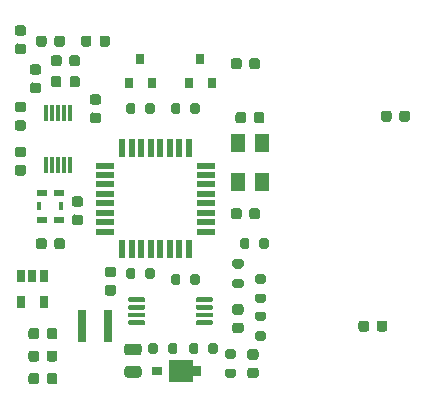
<source format=gtp>
G04 #@! TF.GenerationSoftware,KiCad,Pcbnew,(5.1.9)-1*
G04 #@! TF.CreationDate,2021-06-03T21:06:58+02:00*
G04 #@! TF.ProjectId,HABakuk_v1.0,48414261-6b75-46b5-9f76-312e302e6b69,1.0*
G04 #@! TF.SameCoordinates,Original*
G04 #@! TF.FileFunction,Paste,Top*
G04 #@! TF.FilePolarity,Positive*
%FSLAX46Y46*%
G04 Gerber Fmt 4.6, Leading zero omitted, Abs format (unit mm)*
G04 Created by KiCad (PCBNEW (5.1.9)-1) date 2021-06-03 21:06:58*
%MOMM*%
%LPD*%
G01*
G04 APERTURE LIST*
%ADD10R,1.300000X1.600000*%
%ADD11R,2.000000X1.950000*%
%ADD12R,0.850000X0.650000*%
%ADD13R,0.650000X0.950000*%
%ADD14R,0.650000X1.060000*%
%ADD15R,0.825000X0.500000*%
%ADD16R,0.430000X0.700000*%
%ADD17R,0.300000X1.400000*%
%ADD18R,0.550000X1.600000*%
%ADD19R,1.600000X0.550000*%
%ADD20R,0.800000X0.900000*%
%ADD21R,0.800000X2.700000*%
G04 APERTURE END LIST*
D10*
X132731000Y-100202000D03*
X132731000Y-96902000D03*
X134731000Y-96902000D03*
X134731000Y-100202000D03*
D11*
X127923000Y-116205000D03*
D12*
X125843000Y-116205000D03*
D13*
X129248000Y-116205000D03*
D14*
X116266000Y-110320000D03*
X114366000Y-110320000D03*
X114366000Y-108120000D03*
X115316000Y-108120000D03*
X116266000Y-108120000D03*
D15*
X116102500Y-103385000D03*
D16*
X115905000Y-102235000D03*
D15*
X116102500Y-101085000D03*
X117577500Y-101085000D03*
D16*
X117775000Y-102235000D03*
D15*
X117577500Y-103385000D03*
D17*
X116475000Y-94320000D03*
X116975000Y-94320000D03*
X117475000Y-94320000D03*
X117975000Y-94320000D03*
X118475000Y-94320000D03*
X118475000Y-98720000D03*
X117975000Y-98720000D03*
X117475000Y-98720000D03*
X116975000Y-98720000D03*
X116475000Y-98720000D03*
D18*
X128530000Y-105850000D03*
X127730000Y-105850000D03*
X126930000Y-105850000D03*
X126130000Y-105850000D03*
X125330000Y-105850000D03*
X124530000Y-105850000D03*
X123730000Y-105850000D03*
X122930000Y-105850000D03*
D19*
X121480000Y-104400000D03*
X121480000Y-103600000D03*
X121480000Y-102800000D03*
X121480000Y-102000000D03*
X121480000Y-101200000D03*
X121480000Y-100400000D03*
X121480000Y-99600000D03*
X121480000Y-98800000D03*
D18*
X122930000Y-97350000D03*
X123730000Y-97350000D03*
X124530000Y-97350000D03*
X125330000Y-97350000D03*
X126130000Y-97350000D03*
X126930000Y-97350000D03*
X127730000Y-97350000D03*
X128530000Y-97350000D03*
D19*
X129980000Y-98800000D03*
X129980000Y-99600000D03*
X129980000Y-100400000D03*
X129980000Y-101200000D03*
X129980000Y-102000000D03*
X129980000Y-102800000D03*
X129980000Y-103600000D03*
X129980000Y-104400000D03*
G36*
G01*
X129125000Y-110250000D02*
X129125000Y-110050000D01*
G75*
G02*
X129225000Y-109950000I100000J0D01*
G01*
X130500000Y-109950000D01*
G75*
G02*
X130600000Y-110050000I0J-100000D01*
G01*
X130600000Y-110250000D01*
G75*
G02*
X130500000Y-110350000I-100000J0D01*
G01*
X129225000Y-110350000D01*
G75*
G02*
X129125000Y-110250000I0J100000D01*
G01*
G37*
G36*
G01*
X129125000Y-110900000D02*
X129125000Y-110700000D01*
G75*
G02*
X129225000Y-110600000I100000J0D01*
G01*
X130500000Y-110600000D01*
G75*
G02*
X130600000Y-110700000I0J-100000D01*
G01*
X130600000Y-110900000D01*
G75*
G02*
X130500000Y-111000000I-100000J0D01*
G01*
X129225000Y-111000000D01*
G75*
G02*
X129125000Y-110900000I0J100000D01*
G01*
G37*
G36*
G01*
X129125000Y-111550000D02*
X129125000Y-111350000D01*
G75*
G02*
X129225000Y-111250000I100000J0D01*
G01*
X130500000Y-111250000D01*
G75*
G02*
X130600000Y-111350000I0J-100000D01*
G01*
X130600000Y-111550000D01*
G75*
G02*
X130500000Y-111650000I-100000J0D01*
G01*
X129225000Y-111650000D01*
G75*
G02*
X129125000Y-111550000I0J100000D01*
G01*
G37*
G36*
G01*
X129125000Y-112200000D02*
X129125000Y-112000000D01*
G75*
G02*
X129225000Y-111900000I100000J0D01*
G01*
X130500000Y-111900000D01*
G75*
G02*
X130600000Y-112000000I0J-100000D01*
G01*
X130600000Y-112200000D01*
G75*
G02*
X130500000Y-112300000I-100000J0D01*
G01*
X129225000Y-112300000D01*
G75*
G02*
X129125000Y-112200000I0J100000D01*
G01*
G37*
G36*
G01*
X123400000Y-112200000D02*
X123400000Y-112000000D01*
G75*
G02*
X123500000Y-111900000I100000J0D01*
G01*
X124775000Y-111900000D01*
G75*
G02*
X124875000Y-112000000I0J-100000D01*
G01*
X124875000Y-112200000D01*
G75*
G02*
X124775000Y-112300000I-100000J0D01*
G01*
X123500000Y-112300000D01*
G75*
G02*
X123400000Y-112200000I0J100000D01*
G01*
G37*
G36*
G01*
X123400000Y-111550000D02*
X123400000Y-111350000D01*
G75*
G02*
X123500000Y-111250000I100000J0D01*
G01*
X124775000Y-111250000D01*
G75*
G02*
X124875000Y-111350000I0J-100000D01*
G01*
X124875000Y-111550000D01*
G75*
G02*
X124775000Y-111650000I-100000J0D01*
G01*
X123500000Y-111650000D01*
G75*
G02*
X123400000Y-111550000I0J100000D01*
G01*
G37*
G36*
G01*
X123400000Y-110900000D02*
X123400000Y-110700000D01*
G75*
G02*
X123500000Y-110600000I100000J0D01*
G01*
X124775000Y-110600000D01*
G75*
G02*
X124875000Y-110700000I0J-100000D01*
G01*
X124875000Y-110900000D01*
G75*
G02*
X124775000Y-111000000I-100000J0D01*
G01*
X123500000Y-111000000D01*
G75*
G02*
X123400000Y-110900000I0J100000D01*
G01*
G37*
G36*
G01*
X123400000Y-110250000D02*
X123400000Y-110050000D01*
G75*
G02*
X123500000Y-109950000I100000J0D01*
G01*
X124775000Y-109950000D01*
G75*
G02*
X124875000Y-110050000I0J-100000D01*
G01*
X124875000Y-110250000D01*
G75*
G02*
X124775000Y-110350000I-100000J0D01*
G01*
X123500000Y-110350000D01*
G75*
G02*
X123400000Y-110250000I0J100000D01*
G01*
G37*
G36*
G01*
X127845000Y-93705000D02*
X127845000Y-94255000D01*
G75*
G02*
X127645000Y-94455000I-200000J0D01*
G01*
X127245000Y-94455000D01*
G75*
G02*
X127045000Y-94255000I0J200000D01*
G01*
X127045000Y-93705000D01*
G75*
G02*
X127245000Y-93505000I200000J0D01*
G01*
X127645000Y-93505000D01*
G75*
G02*
X127845000Y-93705000I0J-200000D01*
G01*
G37*
G36*
G01*
X129495000Y-93705000D02*
X129495000Y-94255000D01*
G75*
G02*
X129295000Y-94455000I-200000J0D01*
G01*
X128895000Y-94455000D01*
G75*
G02*
X128695000Y-94255000I0J200000D01*
G01*
X128695000Y-93705000D01*
G75*
G02*
X128895000Y-93505000I200000J0D01*
G01*
X129295000Y-93505000D01*
G75*
G02*
X129495000Y-93705000I0J-200000D01*
G01*
G37*
G36*
G01*
X124885000Y-108225000D02*
X124885000Y-107675000D01*
G75*
G02*
X125085000Y-107475000I200000J0D01*
G01*
X125485000Y-107475000D01*
G75*
G02*
X125685000Y-107675000I0J-200000D01*
G01*
X125685000Y-108225000D01*
G75*
G02*
X125485000Y-108425000I-200000J0D01*
G01*
X125085000Y-108425000D01*
G75*
G02*
X124885000Y-108225000I0J200000D01*
G01*
G37*
G36*
G01*
X123235000Y-108225000D02*
X123235000Y-107675000D01*
G75*
G02*
X123435000Y-107475000I200000J0D01*
G01*
X123835000Y-107475000D01*
G75*
G02*
X124035000Y-107675000I0J-200000D01*
G01*
X124035000Y-108225000D01*
G75*
G02*
X123835000Y-108425000I-200000J0D01*
G01*
X123435000Y-108425000D01*
G75*
G02*
X123235000Y-108225000I0J200000D01*
G01*
G37*
G36*
G01*
X127845000Y-108183000D02*
X127845000Y-108733000D01*
G75*
G02*
X127645000Y-108933000I-200000J0D01*
G01*
X127245000Y-108933000D01*
G75*
G02*
X127045000Y-108733000I0J200000D01*
G01*
X127045000Y-108183000D01*
G75*
G02*
X127245000Y-107983000I200000J0D01*
G01*
X127645000Y-107983000D01*
G75*
G02*
X127845000Y-108183000I0J-200000D01*
G01*
G37*
G36*
G01*
X129495000Y-108183000D02*
X129495000Y-108733000D01*
G75*
G02*
X129295000Y-108933000I-200000J0D01*
G01*
X128895000Y-108933000D01*
G75*
G02*
X128695000Y-108733000I0J200000D01*
G01*
X128695000Y-108183000D01*
G75*
G02*
X128895000Y-107983000I200000J0D01*
G01*
X129295000Y-107983000D01*
G75*
G02*
X129495000Y-108183000I0J-200000D01*
G01*
G37*
G36*
G01*
X133687000Y-105135000D02*
X133687000Y-105685000D01*
G75*
G02*
X133487000Y-105885000I-200000J0D01*
G01*
X133087000Y-105885000D01*
G75*
G02*
X132887000Y-105685000I0J200000D01*
G01*
X132887000Y-105135000D01*
G75*
G02*
X133087000Y-104935000I200000J0D01*
G01*
X133487000Y-104935000D01*
G75*
G02*
X133687000Y-105135000I0J-200000D01*
G01*
G37*
G36*
G01*
X135337000Y-105135000D02*
X135337000Y-105685000D01*
G75*
G02*
X135137000Y-105885000I-200000J0D01*
G01*
X134737000Y-105885000D01*
G75*
G02*
X134537000Y-105685000I0J200000D01*
G01*
X134537000Y-105135000D01*
G75*
G02*
X134737000Y-104935000I200000J0D01*
G01*
X135137000Y-104935000D01*
G75*
G02*
X135337000Y-105135000I0J-200000D01*
G01*
G37*
G36*
G01*
X124885000Y-94255000D02*
X124885000Y-93705000D01*
G75*
G02*
X125085000Y-93505000I200000J0D01*
G01*
X125485000Y-93505000D01*
G75*
G02*
X125685000Y-93705000I0J-200000D01*
G01*
X125685000Y-94255000D01*
G75*
G02*
X125485000Y-94455000I-200000J0D01*
G01*
X125085000Y-94455000D01*
G75*
G02*
X124885000Y-94255000I0J200000D01*
G01*
G37*
G36*
G01*
X123235000Y-94255000D02*
X123235000Y-93705000D01*
G75*
G02*
X123435000Y-93505000I200000J0D01*
G01*
X123835000Y-93505000D01*
G75*
G02*
X124035000Y-93705000I0J-200000D01*
G01*
X124035000Y-94255000D01*
G75*
G02*
X123835000Y-94455000I-200000J0D01*
G01*
X123435000Y-94455000D01*
G75*
G02*
X123235000Y-94255000I0J200000D01*
G01*
G37*
G36*
G01*
X131805000Y-115995000D02*
X132355000Y-115995000D01*
G75*
G02*
X132555000Y-116195000I0J-200000D01*
G01*
X132555000Y-116595000D01*
G75*
G02*
X132355000Y-116795000I-200000J0D01*
G01*
X131805000Y-116795000D01*
G75*
G02*
X131605000Y-116595000I0J200000D01*
G01*
X131605000Y-116195000D01*
G75*
G02*
X131805000Y-115995000I200000J0D01*
G01*
G37*
G36*
G01*
X131805000Y-114345000D02*
X132355000Y-114345000D01*
G75*
G02*
X132555000Y-114545000I0J-200000D01*
G01*
X132555000Y-114945000D01*
G75*
G02*
X132355000Y-115145000I-200000J0D01*
G01*
X131805000Y-115145000D01*
G75*
G02*
X131605000Y-114945000I0J200000D01*
G01*
X131605000Y-114545000D01*
G75*
G02*
X131805000Y-114345000I200000J0D01*
G01*
G37*
G36*
G01*
X130219000Y-114575000D02*
X130219000Y-114025000D01*
G75*
G02*
X130419000Y-113825000I200000J0D01*
G01*
X130819000Y-113825000D01*
G75*
G02*
X131019000Y-114025000I0J-200000D01*
G01*
X131019000Y-114575000D01*
G75*
G02*
X130819000Y-114775000I-200000J0D01*
G01*
X130419000Y-114775000D01*
G75*
G02*
X130219000Y-114575000I0J200000D01*
G01*
G37*
G36*
G01*
X128569000Y-114575000D02*
X128569000Y-114025000D01*
G75*
G02*
X128769000Y-113825000I200000J0D01*
G01*
X129169000Y-113825000D01*
G75*
G02*
X129369000Y-114025000I0J-200000D01*
G01*
X129369000Y-114575000D01*
G75*
G02*
X129169000Y-114775000I-200000J0D01*
G01*
X128769000Y-114775000D01*
G75*
G02*
X128569000Y-114575000I0J200000D01*
G01*
G37*
G36*
G01*
X125940000Y-114025000D02*
X125940000Y-114575000D01*
G75*
G02*
X125740000Y-114775000I-200000J0D01*
G01*
X125340000Y-114775000D01*
G75*
G02*
X125140000Y-114575000I0J200000D01*
G01*
X125140000Y-114025000D01*
G75*
G02*
X125340000Y-113825000I200000J0D01*
G01*
X125740000Y-113825000D01*
G75*
G02*
X125940000Y-114025000I0J-200000D01*
G01*
G37*
G36*
G01*
X127590000Y-114025000D02*
X127590000Y-114575000D01*
G75*
G02*
X127390000Y-114775000I-200000J0D01*
G01*
X126990000Y-114775000D01*
G75*
G02*
X126790000Y-114575000I0J200000D01*
G01*
X126790000Y-114025000D01*
G75*
G02*
X126990000Y-113825000I200000J0D01*
G01*
X127390000Y-113825000D01*
G75*
G02*
X127590000Y-114025000I0J-200000D01*
G01*
G37*
G36*
G01*
X134345000Y-112820000D02*
X134895000Y-112820000D01*
G75*
G02*
X135095000Y-113020000I0J-200000D01*
G01*
X135095000Y-113420000D01*
G75*
G02*
X134895000Y-113620000I-200000J0D01*
G01*
X134345000Y-113620000D01*
G75*
G02*
X134145000Y-113420000I0J200000D01*
G01*
X134145000Y-113020000D01*
G75*
G02*
X134345000Y-112820000I200000J0D01*
G01*
G37*
G36*
G01*
X134345000Y-111170000D02*
X134895000Y-111170000D01*
G75*
G02*
X135095000Y-111370000I0J-200000D01*
G01*
X135095000Y-111770000D01*
G75*
G02*
X134895000Y-111970000I-200000J0D01*
G01*
X134345000Y-111970000D01*
G75*
G02*
X134145000Y-111770000I0J200000D01*
G01*
X134145000Y-111370000D01*
G75*
G02*
X134345000Y-111170000I200000J0D01*
G01*
G37*
G36*
G01*
X134345000Y-109645000D02*
X134895000Y-109645000D01*
G75*
G02*
X135095000Y-109845000I0J-200000D01*
G01*
X135095000Y-110245000D01*
G75*
G02*
X134895000Y-110445000I-200000J0D01*
G01*
X134345000Y-110445000D01*
G75*
G02*
X134145000Y-110245000I0J200000D01*
G01*
X134145000Y-109845000D01*
G75*
G02*
X134345000Y-109645000I200000J0D01*
G01*
G37*
G36*
G01*
X134345000Y-107995000D02*
X134895000Y-107995000D01*
G75*
G02*
X135095000Y-108195000I0J-200000D01*
G01*
X135095000Y-108595000D01*
G75*
G02*
X134895000Y-108795000I-200000J0D01*
G01*
X134345000Y-108795000D01*
G75*
G02*
X134145000Y-108595000I0J200000D01*
G01*
X134145000Y-108195000D01*
G75*
G02*
X134345000Y-107995000I200000J0D01*
G01*
G37*
G36*
G01*
X132440000Y-108375000D02*
X132990000Y-108375000D01*
G75*
G02*
X133190000Y-108575000I0J-200000D01*
G01*
X133190000Y-108975000D01*
G75*
G02*
X132990000Y-109175000I-200000J0D01*
G01*
X132440000Y-109175000D01*
G75*
G02*
X132240000Y-108975000I0J200000D01*
G01*
X132240000Y-108575000D01*
G75*
G02*
X132440000Y-108375000I200000J0D01*
G01*
G37*
G36*
G01*
X132440000Y-106725000D02*
X132990000Y-106725000D01*
G75*
G02*
X133190000Y-106925000I0J-200000D01*
G01*
X133190000Y-107325000D01*
G75*
G02*
X132990000Y-107525000I-200000J0D01*
G01*
X132440000Y-107525000D01*
G75*
G02*
X132240000Y-107325000I0J200000D01*
G01*
X132240000Y-106925000D01*
G75*
G02*
X132440000Y-106725000I200000J0D01*
G01*
G37*
D20*
X129540000Y-89805000D03*
X130490000Y-91805000D03*
X128590000Y-91805000D03*
X124460000Y-89805000D03*
X125410000Y-91805000D03*
X123510000Y-91805000D03*
G36*
G01*
X121000000Y-88521250D02*
X121000000Y-88008750D01*
G75*
G02*
X121218750Y-87790000I218750J0D01*
G01*
X121656250Y-87790000D01*
G75*
G02*
X121875000Y-88008750I0J-218750D01*
G01*
X121875000Y-88521250D01*
G75*
G02*
X121656250Y-88740000I-218750J0D01*
G01*
X121218750Y-88740000D01*
G75*
G02*
X121000000Y-88521250I0J218750D01*
G01*
G37*
G36*
G01*
X119425000Y-88521250D02*
X119425000Y-88008750D01*
G75*
G02*
X119643750Y-87790000I218750J0D01*
G01*
X120081250Y-87790000D01*
G75*
G02*
X120300000Y-88008750I0J-218750D01*
G01*
X120300000Y-88521250D01*
G75*
G02*
X120081250Y-88740000I-218750J0D01*
G01*
X119643750Y-88740000D01*
G75*
G02*
X119425000Y-88521250I0J218750D01*
G01*
G37*
G36*
G01*
X114043750Y-94965000D02*
X114556250Y-94965000D01*
G75*
G02*
X114775000Y-95183750I0J-218750D01*
G01*
X114775000Y-95621250D01*
G75*
G02*
X114556250Y-95840000I-218750J0D01*
G01*
X114043750Y-95840000D01*
G75*
G02*
X113825000Y-95621250I0J218750D01*
G01*
X113825000Y-95183750D01*
G75*
G02*
X114043750Y-94965000I218750J0D01*
G01*
G37*
G36*
G01*
X114043750Y-93390000D02*
X114556250Y-93390000D01*
G75*
G02*
X114775000Y-93608750I0J-218750D01*
G01*
X114775000Y-94046250D01*
G75*
G02*
X114556250Y-94265000I-218750J0D01*
G01*
X114043750Y-94265000D01*
G75*
G02*
X113825000Y-94046250I0J218750D01*
G01*
X113825000Y-93608750D01*
G75*
G02*
X114043750Y-93390000I218750J0D01*
G01*
G37*
G36*
G01*
X117760000Y-91437750D02*
X117760000Y-91950250D01*
G75*
G02*
X117541250Y-92169000I-218750J0D01*
G01*
X117103750Y-92169000D01*
G75*
G02*
X116885000Y-91950250I0J218750D01*
G01*
X116885000Y-91437750D01*
G75*
G02*
X117103750Y-91219000I218750J0D01*
G01*
X117541250Y-91219000D01*
G75*
G02*
X117760000Y-91437750I0J-218750D01*
G01*
G37*
G36*
G01*
X119335000Y-91437750D02*
X119335000Y-91950250D01*
G75*
G02*
X119116250Y-92169000I-218750J0D01*
G01*
X118678750Y-92169000D01*
G75*
G02*
X118460000Y-91950250I0J218750D01*
G01*
X118460000Y-91437750D01*
G75*
G02*
X118678750Y-91219000I218750J0D01*
G01*
X119116250Y-91219000D01*
G75*
G02*
X119335000Y-91437750I0J-218750D01*
G01*
G37*
D21*
X121750000Y-112395000D03*
X119550000Y-112395000D03*
G36*
G01*
X146375000Y-94865000D02*
X146375000Y-94365000D01*
G75*
G02*
X146600000Y-94140000I225000J0D01*
G01*
X147050000Y-94140000D01*
G75*
G02*
X147275000Y-94365000I0J-225000D01*
G01*
X147275000Y-94865000D01*
G75*
G02*
X147050000Y-95090000I-225000J0D01*
G01*
X146600000Y-95090000D01*
G75*
G02*
X146375000Y-94865000I0J225000D01*
G01*
G37*
G36*
G01*
X144825000Y-94865000D02*
X144825000Y-94365000D01*
G75*
G02*
X145050000Y-94140000I225000J0D01*
G01*
X145500000Y-94140000D01*
G75*
G02*
X145725000Y-94365000I0J-225000D01*
G01*
X145725000Y-94865000D01*
G75*
G02*
X145500000Y-95090000I-225000J0D01*
G01*
X145050000Y-95090000D01*
G75*
G02*
X144825000Y-94865000I0J225000D01*
G01*
G37*
G36*
G01*
X116515000Y-88015000D02*
X116515000Y-88515000D01*
G75*
G02*
X116290000Y-88740000I-225000J0D01*
G01*
X115840000Y-88740000D01*
G75*
G02*
X115615000Y-88515000I0J225000D01*
G01*
X115615000Y-88015000D01*
G75*
G02*
X115840000Y-87790000I225000J0D01*
G01*
X116290000Y-87790000D01*
G75*
G02*
X116515000Y-88015000I0J-225000D01*
G01*
G37*
G36*
G01*
X118065000Y-88015000D02*
X118065000Y-88515000D01*
G75*
G02*
X117840000Y-88740000I-225000J0D01*
G01*
X117390000Y-88740000D01*
G75*
G02*
X117165000Y-88515000I0J225000D01*
G01*
X117165000Y-88015000D01*
G75*
G02*
X117390000Y-87790000I225000J0D01*
G01*
X117840000Y-87790000D01*
G75*
G02*
X118065000Y-88015000I0J-225000D01*
G01*
G37*
G36*
G01*
X117785000Y-89666000D02*
X117785000Y-90166000D01*
G75*
G02*
X117560000Y-90391000I-225000J0D01*
G01*
X117110000Y-90391000D01*
G75*
G02*
X116885000Y-90166000I0J225000D01*
G01*
X116885000Y-89666000D01*
G75*
G02*
X117110000Y-89441000I225000J0D01*
G01*
X117560000Y-89441000D01*
G75*
G02*
X117785000Y-89666000I0J-225000D01*
G01*
G37*
G36*
G01*
X119335000Y-89666000D02*
X119335000Y-90166000D01*
G75*
G02*
X119110000Y-90391000I-225000J0D01*
G01*
X118660000Y-90391000D01*
G75*
G02*
X118435000Y-90166000I0J225000D01*
G01*
X118435000Y-89666000D01*
G75*
G02*
X118660000Y-89441000I225000J0D01*
G01*
X119110000Y-89441000D01*
G75*
G02*
X119335000Y-89666000I0J-225000D01*
G01*
G37*
G36*
G01*
X114550000Y-87813000D02*
X114050000Y-87813000D01*
G75*
G02*
X113825000Y-87588000I0J225000D01*
G01*
X113825000Y-87138000D01*
G75*
G02*
X114050000Y-86913000I225000J0D01*
G01*
X114550000Y-86913000D01*
G75*
G02*
X114775000Y-87138000I0J-225000D01*
G01*
X114775000Y-87588000D01*
G75*
G02*
X114550000Y-87813000I-225000J0D01*
G01*
G37*
G36*
G01*
X114550000Y-89363000D02*
X114050000Y-89363000D01*
G75*
G02*
X113825000Y-89138000I0J225000D01*
G01*
X113825000Y-88688000D01*
G75*
G02*
X114050000Y-88463000I225000J0D01*
G01*
X114550000Y-88463000D01*
G75*
G02*
X114775000Y-88688000I0J-225000D01*
G01*
X114775000Y-89138000D01*
G75*
G02*
X114550000Y-89363000I-225000J0D01*
G01*
G37*
G36*
G01*
X115320000Y-91765000D02*
X115820000Y-91765000D01*
G75*
G02*
X116045000Y-91990000I0J-225000D01*
G01*
X116045000Y-92440000D01*
G75*
G02*
X115820000Y-92665000I-225000J0D01*
G01*
X115320000Y-92665000D01*
G75*
G02*
X115095000Y-92440000I0J225000D01*
G01*
X115095000Y-91990000D01*
G75*
G02*
X115320000Y-91765000I225000J0D01*
G01*
G37*
G36*
G01*
X115320000Y-90215000D02*
X115820000Y-90215000D01*
G75*
G02*
X116045000Y-90440000I0J-225000D01*
G01*
X116045000Y-90890000D01*
G75*
G02*
X115820000Y-91115000I-225000J0D01*
G01*
X115320000Y-91115000D01*
G75*
G02*
X115095000Y-90890000I0J225000D01*
G01*
X115095000Y-90440000D01*
G75*
G02*
X115320000Y-90215000I225000J0D01*
G01*
G37*
G36*
G01*
X114050000Y-98750000D02*
X114550000Y-98750000D01*
G75*
G02*
X114775000Y-98975000I0J-225000D01*
G01*
X114775000Y-99425000D01*
G75*
G02*
X114550000Y-99650000I-225000J0D01*
G01*
X114050000Y-99650000D01*
G75*
G02*
X113825000Y-99425000I0J225000D01*
G01*
X113825000Y-98975000D01*
G75*
G02*
X114050000Y-98750000I225000J0D01*
G01*
G37*
G36*
G01*
X114050000Y-97200000D02*
X114550000Y-97200000D01*
G75*
G02*
X114775000Y-97425000I0J-225000D01*
G01*
X114775000Y-97875000D01*
G75*
G02*
X114550000Y-98100000I-225000J0D01*
G01*
X114050000Y-98100000D01*
G75*
G02*
X113825000Y-97875000I0J225000D01*
G01*
X113825000Y-97425000D01*
G75*
G02*
X114050000Y-97200000I225000J0D01*
G01*
G37*
G36*
G01*
X144470000Y-112645000D02*
X144470000Y-112145000D01*
G75*
G02*
X144695000Y-111920000I225000J0D01*
G01*
X145145000Y-111920000D01*
G75*
G02*
X145370000Y-112145000I0J-225000D01*
G01*
X145370000Y-112645000D01*
G75*
G02*
X145145000Y-112870000I-225000J0D01*
G01*
X144695000Y-112870000D01*
G75*
G02*
X144470000Y-112645000I0J225000D01*
G01*
G37*
G36*
G01*
X142920000Y-112645000D02*
X142920000Y-112145000D01*
G75*
G02*
X143145000Y-111920000I225000J0D01*
G01*
X143595000Y-111920000D01*
G75*
G02*
X143820000Y-112145000I0J-225000D01*
G01*
X143820000Y-112645000D01*
G75*
G02*
X143595000Y-112870000I-225000J0D01*
G01*
X143145000Y-112870000D01*
G75*
G02*
X142920000Y-112645000I0J225000D01*
G01*
G37*
G36*
G01*
X133675000Y-90420000D02*
X133675000Y-89920000D01*
G75*
G02*
X133900000Y-89695000I225000J0D01*
G01*
X134350000Y-89695000D01*
G75*
G02*
X134575000Y-89920000I0J-225000D01*
G01*
X134575000Y-90420000D01*
G75*
G02*
X134350000Y-90645000I-225000J0D01*
G01*
X133900000Y-90645000D01*
G75*
G02*
X133675000Y-90420000I0J225000D01*
G01*
G37*
G36*
G01*
X132125000Y-90420000D02*
X132125000Y-89920000D01*
G75*
G02*
X132350000Y-89695000I225000J0D01*
G01*
X132800000Y-89695000D01*
G75*
G02*
X133025000Y-89920000I0J-225000D01*
G01*
X133025000Y-90420000D01*
G75*
G02*
X132800000Y-90645000I-225000J0D01*
G01*
X132350000Y-90645000D01*
G75*
G02*
X132125000Y-90420000I0J225000D01*
G01*
G37*
G36*
G01*
X134056000Y-94992000D02*
X134056000Y-94492000D01*
G75*
G02*
X134281000Y-94267000I225000J0D01*
G01*
X134731000Y-94267000D01*
G75*
G02*
X134956000Y-94492000I0J-225000D01*
G01*
X134956000Y-94992000D01*
G75*
G02*
X134731000Y-95217000I-225000J0D01*
G01*
X134281000Y-95217000D01*
G75*
G02*
X134056000Y-94992000I0J225000D01*
G01*
G37*
G36*
G01*
X132506000Y-94992000D02*
X132506000Y-94492000D01*
G75*
G02*
X132731000Y-94267000I225000J0D01*
G01*
X133181000Y-94267000D01*
G75*
G02*
X133406000Y-94492000I0J-225000D01*
G01*
X133406000Y-94992000D01*
G75*
G02*
X133181000Y-95217000I-225000J0D01*
G01*
X132731000Y-95217000D01*
G75*
G02*
X132506000Y-94992000I0J225000D01*
G01*
G37*
G36*
G01*
X133025000Y-102620000D02*
X133025000Y-103120000D01*
G75*
G02*
X132800000Y-103345000I-225000J0D01*
G01*
X132350000Y-103345000D01*
G75*
G02*
X132125000Y-103120000I0J225000D01*
G01*
X132125000Y-102620000D01*
G75*
G02*
X132350000Y-102395000I225000J0D01*
G01*
X132800000Y-102395000D01*
G75*
G02*
X133025000Y-102620000I0J-225000D01*
G01*
G37*
G36*
G01*
X134575000Y-102620000D02*
X134575000Y-103120000D01*
G75*
G02*
X134350000Y-103345000I-225000J0D01*
G01*
X133900000Y-103345000D01*
G75*
G02*
X133675000Y-103120000I0J225000D01*
G01*
X133675000Y-102620000D01*
G75*
G02*
X133900000Y-102395000I225000J0D01*
G01*
X134350000Y-102395000D01*
G75*
G02*
X134575000Y-102620000I0J-225000D01*
G01*
G37*
G36*
G01*
X118876000Y-102941000D02*
X119376000Y-102941000D01*
G75*
G02*
X119601000Y-103166000I0J-225000D01*
G01*
X119601000Y-103616000D01*
G75*
G02*
X119376000Y-103841000I-225000J0D01*
G01*
X118876000Y-103841000D01*
G75*
G02*
X118651000Y-103616000I0J225000D01*
G01*
X118651000Y-103166000D01*
G75*
G02*
X118876000Y-102941000I225000J0D01*
G01*
G37*
G36*
G01*
X118876000Y-101391000D02*
X119376000Y-101391000D01*
G75*
G02*
X119601000Y-101616000I0J-225000D01*
G01*
X119601000Y-102066000D01*
G75*
G02*
X119376000Y-102291000I-225000J0D01*
G01*
X118876000Y-102291000D01*
G75*
G02*
X118651000Y-102066000I0J225000D01*
G01*
X118651000Y-101616000D01*
G75*
G02*
X118876000Y-101391000I225000J0D01*
G01*
G37*
G36*
G01*
X120400000Y-94305000D02*
X120900000Y-94305000D01*
G75*
G02*
X121125000Y-94530000I0J-225000D01*
G01*
X121125000Y-94980000D01*
G75*
G02*
X120900000Y-95205000I-225000J0D01*
G01*
X120400000Y-95205000D01*
G75*
G02*
X120175000Y-94980000I0J225000D01*
G01*
X120175000Y-94530000D01*
G75*
G02*
X120400000Y-94305000I225000J0D01*
G01*
G37*
G36*
G01*
X120400000Y-92755000D02*
X120900000Y-92755000D01*
G75*
G02*
X121125000Y-92980000I0J-225000D01*
G01*
X121125000Y-93430000D01*
G75*
G02*
X120900000Y-93655000I-225000J0D01*
G01*
X120400000Y-93655000D01*
G75*
G02*
X120175000Y-93430000I0J225000D01*
G01*
X120175000Y-92980000D01*
G75*
G02*
X120400000Y-92755000I225000J0D01*
G01*
G37*
G36*
G01*
X117165000Y-105660000D02*
X117165000Y-105160000D01*
G75*
G02*
X117390000Y-104935000I225000J0D01*
G01*
X117840000Y-104935000D01*
G75*
G02*
X118065000Y-105160000I0J-225000D01*
G01*
X118065000Y-105660000D01*
G75*
G02*
X117840000Y-105885000I-225000J0D01*
G01*
X117390000Y-105885000D01*
G75*
G02*
X117165000Y-105660000I0J225000D01*
G01*
G37*
G36*
G01*
X115615000Y-105660000D02*
X115615000Y-105160000D01*
G75*
G02*
X115840000Y-104935000I225000J0D01*
G01*
X116290000Y-104935000D01*
G75*
G02*
X116515000Y-105160000I0J-225000D01*
G01*
X116515000Y-105660000D01*
G75*
G02*
X116290000Y-105885000I-225000J0D01*
G01*
X115840000Y-105885000D01*
G75*
G02*
X115615000Y-105660000I0J225000D01*
G01*
G37*
G36*
G01*
X123350000Y-115766000D02*
X124300000Y-115766000D01*
G75*
G02*
X124550000Y-116016000I0J-250000D01*
G01*
X124550000Y-116516000D01*
G75*
G02*
X124300000Y-116766000I-250000J0D01*
G01*
X123350000Y-116766000D01*
G75*
G02*
X123100000Y-116516000I0J250000D01*
G01*
X123100000Y-116016000D01*
G75*
G02*
X123350000Y-115766000I250000J0D01*
G01*
G37*
G36*
G01*
X123350000Y-113866000D02*
X124300000Y-113866000D01*
G75*
G02*
X124550000Y-114116000I0J-250000D01*
G01*
X124550000Y-114616000D01*
G75*
G02*
X124300000Y-114866000I-250000J0D01*
G01*
X123350000Y-114866000D01*
G75*
G02*
X123100000Y-114616000I0J250000D01*
G01*
X123100000Y-114116000D01*
G75*
G02*
X123350000Y-113866000I250000J0D01*
G01*
G37*
G36*
G01*
X133735000Y-115895000D02*
X134235000Y-115895000D01*
G75*
G02*
X134460000Y-116120000I0J-225000D01*
G01*
X134460000Y-116570000D01*
G75*
G02*
X134235000Y-116795000I-225000J0D01*
G01*
X133735000Y-116795000D01*
G75*
G02*
X133510000Y-116570000I0J225000D01*
G01*
X133510000Y-116120000D01*
G75*
G02*
X133735000Y-115895000I225000J0D01*
G01*
G37*
G36*
G01*
X133735000Y-114345000D02*
X134235000Y-114345000D01*
G75*
G02*
X134460000Y-114570000I0J-225000D01*
G01*
X134460000Y-115020000D01*
G75*
G02*
X134235000Y-115245000I-225000J0D01*
G01*
X133735000Y-115245000D01*
G75*
G02*
X133510000Y-115020000I0J225000D01*
G01*
X133510000Y-114570000D01*
G75*
G02*
X133735000Y-114345000I225000J0D01*
G01*
G37*
G36*
G01*
X132465000Y-112085000D02*
X132965000Y-112085000D01*
G75*
G02*
X133190000Y-112310000I0J-225000D01*
G01*
X133190000Y-112760000D01*
G75*
G02*
X132965000Y-112985000I-225000J0D01*
G01*
X132465000Y-112985000D01*
G75*
G02*
X132240000Y-112760000I0J225000D01*
G01*
X132240000Y-112310000D01*
G75*
G02*
X132465000Y-112085000I225000J0D01*
G01*
G37*
G36*
G01*
X132465000Y-110535000D02*
X132965000Y-110535000D01*
G75*
G02*
X133190000Y-110760000I0J-225000D01*
G01*
X133190000Y-111210000D01*
G75*
G02*
X132965000Y-111435000I-225000J0D01*
G01*
X132465000Y-111435000D01*
G75*
G02*
X132240000Y-111210000I0J225000D01*
G01*
X132240000Y-110760000D01*
G75*
G02*
X132465000Y-110535000I225000J0D01*
G01*
G37*
G36*
G01*
X121670000Y-108910000D02*
X122170000Y-108910000D01*
G75*
G02*
X122395000Y-109135000I0J-225000D01*
G01*
X122395000Y-109585000D01*
G75*
G02*
X122170000Y-109810000I-225000J0D01*
G01*
X121670000Y-109810000D01*
G75*
G02*
X121445000Y-109585000I0J225000D01*
G01*
X121445000Y-109135000D01*
G75*
G02*
X121670000Y-108910000I225000J0D01*
G01*
G37*
G36*
G01*
X121670000Y-107360000D02*
X122170000Y-107360000D01*
G75*
G02*
X122395000Y-107585000I0J-225000D01*
G01*
X122395000Y-108035000D01*
G75*
G02*
X122170000Y-108260000I-225000J0D01*
G01*
X121670000Y-108260000D01*
G75*
G02*
X121445000Y-108035000I0J225000D01*
G01*
X121445000Y-107585000D01*
G75*
G02*
X121670000Y-107360000I225000J0D01*
G01*
G37*
G36*
G01*
X115880000Y-116590000D02*
X115880000Y-117090000D01*
G75*
G02*
X115655000Y-117315000I-225000J0D01*
G01*
X115205000Y-117315000D01*
G75*
G02*
X114980000Y-117090000I0J225000D01*
G01*
X114980000Y-116590000D01*
G75*
G02*
X115205000Y-116365000I225000J0D01*
G01*
X115655000Y-116365000D01*
G75*
G02*
X115880000Y-116590000I0J-225000D01*
G01*
G37*
G36*
G01*
X117430000Y-116590000D02*
X117430000Y-117090000D01*
G75*
G02*
X117205000Y-117315000I-225000J0D01*
G01*
X116755000Y-117315000D01*
G75*
G02*
X116530000Y-117090000I0J225000D01*
G01*
X116530000Y-116590000D01*
G75*
G02*
X116755000Y-116365000I225000J0D01*
G01*
X117205000Y-116365000D01*
G75*
G02*
X117430000Y-116590000I0J-225000D01*
G01*
G37*
G36*
G01*
X115880000Y-112780000D02*
X115880000Y-113280000D01*
G75*
G02*
X115655000Y-113505000I-225000J0D01*
G01*
X115205000Y-113505000D01*
G75*
G02*
X114980000Y-113280000I0J225000D01*
G01*
X114980000Y-112780000D01*
G75*
G02*
X115205000Y-112555000I225000J0D01*
G01*
X115655000Y-112555000D01*
G75*
G02*
X115880000Y-112780000I0J-225000D01*
G01*
G37*
G36*
G01*
X117430000Y-112780000D02*
X117430000Y-113280000D01*
G75*
G02*
X117205000Y-113505000I-225000J0D01*
G01*
X116755000Y-113505000D01*
G75*
G02*
X116530000Y-113280000I0J225000D01*
G01*
X116530000Y-112780000D01*
G75*
G02*
X116755000Y-112555000I225000J0D01*
G01*
X117205000Y-112555000D01*
G75*
G02*
X117430000Y-112780000I0J-225000D01*
G01*
G37*
G36*
G01*
X115880000Y-114685000D02*
X115880000Y-115185000D01*
G75*
G02*
X115655000Y-115410000I-225000J0D01*
G01*
X115205000Y-115410000D01*
G75*
G02*
X114980000Y-115185000I0J225000D01*
G01*
X114980000Y-114685000D01*
G75*
G02*
X115205000Y-114460000I225000J0D01*
G01*
X115655000Y-114460000D01*
G75*
G02*
X115880000Y-114685000I0J-225000D01*
G01*
G37*
G36*
G01*
X117430000Y-114685000D02*
X117430000Y-115185000D01*
G75*
G02*
X117205000Y-115410000I-225000J0D01*
G01*
X116755000Y-115410000D01*
G75*
G02*
X116530000Y-115185000I0J225000D01*
G01*
X116530000Y-114685000D01*
G75*
G02*
X116755000Y-114460000I225000J0D01*
G01*
X117205000Y-114460000D01*
G75*
G02*
X117430000Y-114685000I0J-225000D01*
G01*
G37*
M02*

</source>
